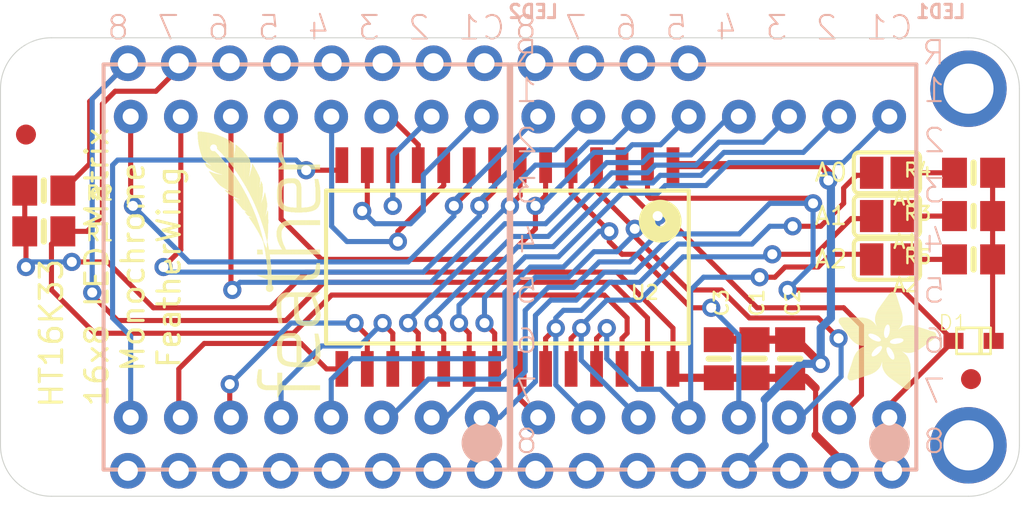
<source format=kicad_pcb>
(kicad_pcb (version 20221018) (generator pcbnew)
  (layers (0 "F.Cu" signal) (31 "B.Cu" signal) (34 "B.Paste" user) (35 "F.Paste" user) (36 "B.SilkS" user "B.Silkscreen") (37 "F.SilkS" user "F.Silkscreen") (38 "B.Mask" user) (39 "F.Mask" user) (44 "Edge.Cuts" user))
  (net 0 "")
  (net 1 "N$1")
  (net 2 "N$2")
  (net 3 "N$3")
  (net 4 "N$4")
  (net 5 "N$6")
  (net 6 "N$7")
  (net 7 "N$8")
  (net 8 "VDD")
  (net 9 "GND")
  (net 10 "N$19")
  (net 11 "N$20")
  (net 12 "A1")
  (net 13 "N$10")
  (net 14 "N$11")
  (net 15 "N$22")
  (net 16 "N$23")
  (net 17 "N$25")
  (net 18 "N$26")
  (net 19 "N$35")
  (net 20 "N$38")
  (net 21 "N$39")
  (net 22 "N$40")
  (net 23 "N$41")
  (net 24 "N$42")
  (net 25 "N$12")
  (net 26 "A0")
  (net 27 "A2")
  (net 28 "N$9")
  (net 29 "N$16")
  (net 30 "SDA")
  (net 31 "SCL")
  (net 32 "N$5")
  (footprint "working:FIDUCIAL_1MM" (layer "F.Cu") (at 124.3711 98.3996)
    (fp_text reference "FID1" hide)
    (fp_text value "FIDUCIAL\"\"" hide)
  )
  (footprint "working:SOLDERJUMPER_REFLOW_NOPASTE" (layer "F.Cu") (at 167.2971 100.3046 180)
    (fp_text reference "A0")
    (fp_text value "")
  )
  (footprint "working:0805-NO" (layer "F.Cu") (at 171.6151 102.4636 180)
    (fp_text reference "R3")
    (fp_text value "47K")
  )
  (footprint "working:0805-NO" (layer "F.Cu") (at 125.2601 103.2256)
    (fp_text reference "R1")
    (fp_text value "10K")
  )
  (footprint "working:0805-NO" (layer "F.Cu") (at 171.6151 104.6226 180)
    (fp_text reference "R5")
    (fp_text value "47K")
  )
  (footprint "working:0805-NO" (layer "F.Cu") (at 171.6151 100.3046 180)
    (fp_text reference "R4")
    (fp_text value "47K")
  )
  (footprint "working:0805-NO" (layer "F.Cu") (at 125.2601 101.1936)
    (fp_text reference "R2")
    (fp_text value "10K")
  )
  (footprint "working:SOP28_300MIL_SKINNY" (layer "F.Cu") (at 148.3741 105.0036 180)
    (fp_text reference "U2")
    (fp_text value "28-SOIC")
  )
  (footprint "working:0805-NO" (layer "F.Cu") (at 158.9151 109.5756 90)
    (fp_text reference "C3")
    (fp_text value "10uF")
  )
  (footprint "working:SOD-323F" (layer "F.Cu") (at 171.6151 108.6866)
    (fp_text reference "D1")
    (fp_text value "1N4148")
  )
  (footprint "working:ADAFRUIT_5MM" (layer "F.Cu") (at 164.8841 111.0996)
    (fp_text reference "U$2" hide)
    (fp_text value "" hide)
  )
  (footprint "working:FIDUCIAL_1MM" (layer "F.Cu") (at 171.4881 110.5916)
    (fp_text reference "FID2" hide)
    (fp_text value "FIDUCIAL\"\"" hide)
  )
  (footprint "working:FEATHERLOGO_SMALL" (layer "F.Cu") (at 139.1031 111.6076 90)
    (fp_text reference "U$1" hide)
    (fp_text value "" hide)
  )
  (footprint "working:0805-NO" (layer "F.Cu") (at 162.4711 109.5756 90)
    (fp_text reference "C2")
    (fp_text value "10uF")
  )
  (footprint "working:SOLDERJUMPER_REFLOW_NOPASTE" (layer "F.Cu") (at 167.2971 102.4636 180)
    (fp_text reference "A1")
    (fp_text value "")
  )
  (footprint "working:0805-NO" (layer "F.Cu") (at 160.6931 109.5756 90)
    (fp_text reference "C1")
    (fp_text value "10uF")
  )
  (footprint "working:SOLDERJUMPER_REFLOW_NOPASTE" (layer "F.Cu") (at 167.2971 104.6226 180)
    (fp_text reference "A2")
    (fp_text value "")
  )
  (footprint "working:SEGMENT_BL-M07C881UR" (layer "B.Cu") (at 158.6611 105.0036 180)
    (fp_text reference "LED1")
    (fp_text value "")
  )
  (footprint "working:SEGMENT_BL-M07C881UR" (layer "B.Cu") (at 138.3411 105.0036 180)
    (fp_text reference "LED2")
    (fp_text value "")
  )
  (footprint "working:FEATHERWING" (layer "B.Cu") (at 173.9011 116.4336 180)
    (fp_text reference "MS1" hide)
    (fp_text value "FEATHERWING" hide)
    (fp_line (start 0 20.32) (end 0 2.54) (stroke (width 0.05)) (layer "Edge.Cuts"))
    (fp_line (start 2.54 0) (end 48.26 0) (stroke (width 0.05)) (layer "Edge.Cuts"))
    (fp_line (start 48.26 22.86) (end 2.54 22.86) (stroke (width 0.05)) (layer "Edge.Cuts"))
    (fp_line (start 50.8 2.54) (end 50.8 20.32) (stroke (width 0.05)) (layer "Edge.Cuts"))
    (fp_arc (start 0 2.54) (mid 0.743949 0.743949) (end 2.54 0) (stroke (width 0.05)) (layer "Edge.Cuts"))
    (fp_arc (start 2.54 22.86) (mid 0.743949 22.116051) (end 0 20.32) (stroke (width 0.05)) (layer "Edge.Cuts"))
    (fp_arc (start 48.26 0) (mid 50.056051 0.743949) (end 50.8 2.54) (stroke (width 0.05)) (layer "Edge.Cuts"))
    (fp_arc (start 50.8 20.32) (mid 50.056051 22.116051) (end 48.26 22.86) (stroke (width 0.05)) (layer "Edge.Cuts"))
  )
  (gr_text "16x8 LED Matrix\nMonochrome\nFeatherWing" (at 129.7051 105.0036 90) (layer "F.SilkS") (effects (font (size 1.1176 1.1176) (thickness 0.1524))))
  (gr_text "A0" (at 163.6141 100.8126) (layer "F.SilkS") (effects (font (size 0.89408 0.89408) (thickness 0.12192)) (justify left bottom)))
  (gr_text "HT16K33" (at 125.6411 108.3056 90) (layer "F.SilkS") (effects (font (size 1.1176 1.1176) (thickness 0.1524))))
  (gr_text "A2" (at 163.6141 105.1306) (layer "F.SilkS") (effects (font (size 0.89408 0.89408) (thickness 0.12192)) (justify left bottom)))
  (gr_text "A1" (at 163.6141 102.9716) (layer "F.SilkS") (effects (font (size 0.89408 0.89408) (thickness 0.12192)) (justify left bottom)))
  (segment (start 146.4691 99.9236) (end 146.4691 101.1936) (width 0.254) (layer "F.Cu") (net 1))
  (segment (start 129.5911 101.8416) (end 129.5911 97.5036) (width 0.254) (layer "F.Cu") (net 1))
  (segment (start 129.7051 101.9556) (end 129.5911 101.8416) (width 0.254) (layer "F.Cu") (net 1))
  (segment (start 146.4691 101.1936) (end 145.7071 101.9556) (width 0.254) (layer "F.Cu") (net 1))
  (via (at 145.7071 101.9556) (size 0.9064) (drill 0.5) (layers "F.Cu" "B.Cu") (net 1))
  (via (at 129.7051 101.9556) (size 0.9064) (drill 0.5) (layers "F.Cu" "B.Cu") (net 1))
  (segment (start 145.7071 101.7076) (end 145.7071 101.9556) (width 0.254) (layer "B.Cu") (net 1))
  (segment (start 145.7071 101.9556) (end 145.7071 102.4636) (width 0.254) (layer "B.Cu") (net 1))
  (segment (start 143.4211 104.7496) (end 145.7071 102.4636) (width 0.254) (layer "B.Cu") (net 1))
  (segment (start 145.7071 101.7076) (end 149.9111 97.5036) (width 0.254) (layer "B.Cu") (net 1))
  (segment (start 129.7051 97.6176) (end 129.5911 97.5036) (width 0.254) (layer "B.Cu") (net 1))
  (segment (start 143.4211 104.7496) (end 132.4991 104.7496) (width 0.254) (layer "B.Cu") (net 1))
  (segment (start 132.4991 104.7496) (end 129.7051 101.9556) (width 0.254) (layer "B.Cu") (net 1))
  (segment (start 147.7391 101.1936) (end 146.9771 101.9556) (width 0.254) (layer "F.Cu") (net 2))
  (segment (start 132.0911 97.5036) (end 132.0911 104.1416) (width 0.254) (layer "F.Cu") (net 2))
  (segment (start 147.7391 99.9236) (end 147.7391 101.1936) (width 0.254) (layer "F.Cu") (net 2))
  (segment (start 132.0911 104.1416) (end 131.2291 105.0036) (width 0.254) (layer "F.Cu") (net 2))
  (via (at 131.2291 105.0036) (size 0.9064) (drill 0.5) (layers "F.Cu" "B.Cu") (net 2))
  (via (at 146.9771 101.9556) (size 0.9064) (drill 0.5) (layers "F.Cu" "B.Cu") (net 2))
  (segment (start 146.9771 102.4636) (end 146.9771 101.9556) (width 0.254) (layer "B.Cu") (net 2))
  (segment (start 150.7531 99.1616) (end 152.4111 97.5036) (width 0.254) (layer "B.Cu") (net 2))
  (segment (start 146.9771 101.9556) (end 146.9771 102.2096) (width 0.254) (layer "B.Cu") (net 2))
  (segment (start 144.1831 105.2576) (end 131.4831 105.2576) (width 0.254) (layer "B.Cu") (net 2))
  (segment (start 146.9771 101.7016) (end 149.5171 99.1616) (width 0.254) (layer "B.Cu") (net 2))
  (segment (start 149.5171 99.1616) (end 150.7531 99.1616) (width 0.254) (layer "B.Cu") (net 2))
  (segment (start 146.9771 101.7016) (end 146.9771 101.9556) (width 0.254) (layer "B.Cu") (net 2))
  (segment (start 131.4831 105.2576) (end 131.2291 105.0036) (width 0.254) (layer "B.Cu") (net 2))
  (segment (start 144.1831 105.2576) (end 146.9771 102.4636) (width 0.254) (layer "B.Cu") (net 2))
  (segment (start 149.0091 99.9236) (end 149.0091 101.4476) (width 0.254) (layer "F.Cu") (net 3))
  (segment (start 134.5911 106.0796) (end 134.6581 106.1466) (width 0.254) (layer "F.Cu") (net 3))
  (segment (start 134.5911 97.5036) (end 134.5911 106.0796) (width 0.254) (layer "F.Cu") (net 3))
  (segment (start 149.0091 101.4476) (end 148.5011 101.9556) (width 0.254) (layer "F.Cu") (net 3))
  (via (at 134.6581 106.1466) (size 0.9064) (drill 0.5) (layers "F.Cu" "B.Cu") (net 3))
  (via (at 148.5011 101.9556) (size 0.9064) (drill 0.5) (layers "F.Cu" "B.Cu") (net 3))
  (segment (start 152.4381 98.7806) (end 153.6341 98.7806) (width 0.254) (layer "B.Cu") (net 3))
  (segment (start 148.3741 101.9556) (end 148.5011 101.9556) (width 0.254) (layer "B.Cu") (net 3))
  (segment (start 149.7711 99.9236) (end 151.2951 99.9236) (width 0.254) (layer "B.Cu") (net 3))
  (segment (start 148.3741 101.9556) (end 144.5641 105.7656) (width 0.254) (layer "B.Cu") (net 3))
  (segment (start 144.5641 105.7656) (end 135.0391 105.7656) (width 0.254) (layer "B.Cu") (net 3))
  (segment (start 148.5011 101.1936) (end 149.7711 99.9236) (width 0.254) (layer "B.Cu") (net 3))
  (segment (start 153.6341 98.7806) (end 154.9111 97.5036) (width 0.254) (layer "B.Cu") (net 3))
  (segment (start 135.0391 105.7656) (end 134.6581 106.1466) (width 0.254) (layer "B.Cu") (net 3))
  (segment (start 151.2951 99.9236) (end 152.4381 98.7806) (width 0.254) (layer "B.Cu") (net 3))
  (segment (start 148.5011 101.1936) (end 148.5011 101.9556) (width 0.254) (layer "B.Cu") (net 3))
  (segment (start 149.7711 103.0986) (end 148.2471 104.6226) (width 0.254) (layer "F.Cu") (net 4))
  (segment (start 149.7711 101.9556) (end 149.7711 103.0986) (width 0.254) (layer "F.Cu") (net 4))
  (segment (start 137.0911 102.6106) (end 137.0911 97.5036) (width 0.254) (layer "F.Cu") (net 4))
  (segment (start 150.2791 99.9236) (end 150.2791 101.4476) (width 0.254) (layer "F.Cu") (net 4))
  (segment (start 148.2471 104.6226) (end 139.1031 104.6226) (width 0.254) (layer "F.Cu") (net 4))
  (segment (start 150.2791 101.4476) (end 149.7711 101.9556) (width 0.254) (layer "F.Cu") (net 4))
  (segment (start 139.1031 104.6226) (end 137.0911 102.6106) (width 0.254) (layer "F.Cu") (net 4))
  (via (at 149.7711 101.9556) (size 0.9064) (drill 0.5) (layers "F.Cu" "B.Cu") (net 4))
  (segment (start 156.0071 98.9076) (end 157.4111 97.5036) (width 0.254) (layer "B.Cu") (net 4))
  (segment (start 150.0251 101.9556) (end 149.7711 101.9556) (width 0.254) (layer "B.Cu") (net 4))
  (segment (start 152.6921 99.2886) (end 154.2161 99.2886) (width 0.254) (layer "B.Cu") (net 4))
  (segment (start 154.2161 99.2886) (end 154.5971 98.9076) (width 0.254) (layer "B.Cu") (net 4))
  (segment (start 154.5971 98.9076) (end 156.0071 98.9076) (width 0.254) (layer "B.Cu") (net 4))
  (segment (start 150.0251 101.9556) (end 152.6921 99.2886) (width 0.254) (layer "B.Cu") (net 4))
  (segment (start 163.8681 107.5436) (end 164.8841 108.5596) (width 0.254) (layer "F.Cu") (net 5))
  (segment (start 154.7241 103.0986) (end 154.7241 103.4796) (width 0.254) (layer "F.Cu") (net 5))
  (segment (start 152.8191 99.9236) (end 152.8191 101.1936) (width 0.254) (layer "F.Cu") (net 5))
  (segment (start 157.3911 106.1466) (end 159.0421 106.1466) (width 0.254) (layer "F.Cu") (net 5))
  (segment (start 160.4391 107.5436) (end 163.8681 107.5436) (width 0.254) (layer "F.Cu") (net 5))
  (segment (start 154.7241 103.4796) (end 157.3911 106.1466) (width 0.254) (layer "F.Cu") (net 5))
  (segment (start 152.8191 101.1936) (end 154.7241 103.0986) (width 0.254) (layer "F.Cu") (net 5))
  (segment (start 159.0421 106.1466) (end 160.4391 107.5436) (width 0.254) (layer "F.Cu") (net 5))
  (via (at 154.7241 103.0986) (size 0.9064) (drill 0.5) (layers "F.Cu" "B.Cu") (net 5))
  (via (at 164.8841 108.5596) (size 0.9064) (drill 0.5) (layers "F.Cu" "B.Cu") (net 5))
  (segment (start 154.7241 103.3526) (end 154.7241 103.0986) (width 0.254) (layer "B.Cu") (net 5))
  (segment (start 162.9721 112.5036) (end 165.0111 110.4646) (width 0.254) (layer "B.Cu") (net 5))
  (segment (start 142.0911 112.5036) (end 142.5251 112.5036) (width 0.254) (layer "B.Cu") (net 5))
  (segment (start 144.4371 110.5916) (end 147.9931 110.5916) (width 0.254) (layer "B.Cu") (net 5))
  (segment (start 162.4111 112.5036) (end 162.9721 112.5036) (width 0.254) (layer "B.Cu") (net 5))
  (segment (start 148.7551 106.5276) (end 149.7711 105.5116) (width 0.254) (layer "B.Cu") (net 5))
  (segment (start 151.4221 105.5116) (end 152.6921 104.2416) (width 0.254) (layer "B.Cu") (net 5))
  (segment (start 165.0111 108.6866) (end 164.8841 108.5596) (width 0.254) (layer "B.Cu") (net 5))
  (segment (start 147.9931 110.5916) (end 148.7551 109.8296) (width 0.254) (layer "B.Cu") (net 5))
  (segment (start 148.7551 109.8296) (end 148.7551 106.5276) (width 0.254) (layer "B.Cu") (net 5))
  (segment (start 142.5251 112.5036) (end 144.4371 110.5916) (width 0.254) (layer "B.Cu") (net 5))
  (segment (start 152.6921 104.2416) (end 153.8351 104.2416) (width 0.254) (layer "B.Cu") (net 5))
  (segment (start 149.7711 105.5116) (end 151.4221 105.5116) (width 0.254) (layer "B.Cu") (net 5))
  (segment (start 153.8351 104.2416) (end 154.7241 103.3526) (width 0.254) (layer "B.Cu") (net 5))
  (segment (start 165.0111 110.4646) (end 165.0111 108.6866) (width 0.254) (layer "B.Cu") (net 5))
  (segment (start 165.1381 107.0356) (end 166.0271 107.9246) (width 0.254) (layer "F.Cu") (net 6))
  (segment (start 166.0271 107.9246) (end 166.0271 111.3876) (width 0.254) (layer "F.Cu") (net 6))
  (segment (start 160.8201 107.0356) (end 156.2481 102.4636) (width 0.254) (layer "F.Cu") (net 6))
  (segment (start 160.8201 107.0356) (end 165.1381 107.0356) (width 0.254) (layer "F.Cu") (net 6))
  (segment (start 155.6131 102.4636) (end 154.0891 100.9396) (width 0.254) (layer "F.Cu") (net 6))
  (segment (start 155.8671 102.4636) (end 155.6131 102.4636) (width 0.254) (layer "F.Cu") (net 6))
  (segment (start 156.2481 102.4636) (end 155.8671 102.4636) (width 0.254) (layer "F.Cu") (net 6))
  (segment (start 154.0891 100.9396) (end 154.0891 99.9236) (width 0.254) (layer "F.Cu") (net 6))
  (segment (start 166.0271 111.3876) (end 164.9111 112.5036) (width 0.254) (layer "F.Cu") (net 6))
  (via (at 155.8671 102.4636) (size 0.9064) (drill 0.5) (layers "F.Cu" "B.Cu") (net 6))
  (segment (start 145.3191 112.5036) (end 146.7231 111.0996) (width 0.254) (layer "B.Cu") (net 6))
  (segment (start 144.5911 112.5036) (end 145.3191 112.5036) (width 0.254) (layer "B.Cu") (net 6))
  (segment (start 154.4701 104.7496) (end 155.8671 103.3526) (width 0.254) (layer "B.Cu") (net 6))
  (segment (start 149.2631 110.2106) (end 149.2631 107.1626) (width 0.254) (layer "B.Cu") (net 6))
  (segment (start 151.6761 106.0196) (end 150.4061 106.0196) (width 0.254) (layer "B.Cu") (net 6))
  (segment (start 149.2631 110.2106) (end 148.3741 111.0996) (width 0.254) (layer "B.Cu") (net 6))
  (segment (start 151.6761 106.0196) (end 152.9461 104.7496) (width 0.254) (layer "B.Cu") (net 6))
  (segment (start 155.8671 103.3526) (end 155.8671 102.4636) (width 0.254) (layer "B.Cu") (net 6))
  (segment (start 146.7231 111.0996) (end 148.3741 111.0996) (width 0.254) (layer "B.Cu") (net 6))
  (segment (start 150.4061 106.0196) (end 149.2631 107.1626) (width 0.254) (layer "B.Cu") (net 6))
  (segment (start 152.9461 104.7496) (end 154.4701 104.7496) (width 0.254) (layer "B.Cu") (net 6))
  (segment (start 162.3441 106.1466) (end 168.0751 106.1466) (width 0.254) (layer "F.Cu") (net 7))
  (segment (start 168.0751 106.1466) (end 170.6151 108.6866) (width 0.254) (layer "F.Cu") (net 7))
  (segment (start 167.4111 111.8906) (end 167.4111 112.5036) (width 0.254) (layer "F.Cu") (net 7))
  (segment (start 155.3591 101.4476) (end 155.4861 101.5746) (width 0.254) (layer "F.Cu") (net 7))
  (segment (start 170.6151 108.6866) (end 167.4111 111.8906) (width 0.254) (layer "F.Cu") (net 7))
  (segment (start 155.4861 101.5746) (end 163.3601 101.5746) (width 0.254) (layer "F.Cu") (net 7))
  (segment (start 155.3591 99.9236) (end 155.3591 101.4476) (width 0.254) (layer "F.Cu") (net 7))
  (segment (start 163.3601 101.5746) (end 163.6141 101.8286) (width 0.254) (layer "F.Cu") (net 7))
  (via (at 162.3441 106.1466) (size 0.9064) (drill 0.5) (layers "F.Cu" "B.Cu") (net 7))
  (via (at 163.6141 101.8286) (size 0.9064) (drill 0.5) (layers "F.Cu" "B.Cu") (net 7))
  (segment (start 149.7711 110.7186) (end 149.7711 107.4166) (width 0.254) (layer "B.Cu") (net 7))
  (segment (start 167.2971 112.3896) (end 167.4111 112.5036) (width 0.254) (layer "B.Cu") (net 7))
  (segment (start 156.6291 103.3526) (end 159.9311 103.3526) (width 0.254) (layer "B.Cu") (net 7))
  (segment (start 162.3441 106.5276) (end 162.3441 106.1466) (width 0.254) (layer "B.Cu") (net 7))
  (segment (start 149.7711 110.7186) (end 147.9861 112.5036) (width 0.254) (layer "B.Cu") (net 7))
  (segment (start 153.2001 105.2576) (end 151.8031 106.6546) (width 0.254) (layer "B.Cu") (net 7))
  (segment (start 150.5331 106.6546) (end 149.7711 107.4166) (width 0.254) (layer "B.Cu") (net 7))
  (segment (start 153.2001 105.2576) (end 154.7241 105.2576) (width 0.254) (layer "B.Cu") (net 7))
  (segment (start 150.5331 106.6546) (end 151.8031 106.6546) (width 0.254) (layer "B.Cu") (net 7))
  (segment (start 147.0911 112.5036) (end 147.9861 112.5036) (width 0.254) (layer "B.Cu") (net 7))
  (segment (start 163.6141 101.8286) (end 163.6141 104.8766) (width 0.254) (layer "B.Cu") (net 7))
  (segment (start 159.9311 103.3526) (end 161.4551 101.8286) (width 0.254) (layer "B.Cu") (net 7))
  (segment (start 161.4551 101.8286) (end 163.6141 101.8286) (width 0.254) (layer "B.Cu") (net 7))
  (segment (start 154.7241 105.2576) (end 156.6291 103.3526) (width 0.254) (layer "B.Cu") (net 7))
  (segment (start 163.6141 104.8766) (end 162.3441 106.1466) (width 0.254) (layer "B.Cu") (net 7))
  (segment (start 156.6291 110.0836) (end 156.6291 108.0516) (width 0.254) (layer "F.Cu") (net 8))
  (segment (start 153.8351 105.2576) (end 156.6291 108.0516) (width 0.254) (layer "F.Cu") (net 8))
  (segment (start 163.2331 110.5256) (end 162.4711 110.5256) (width 0.254) (layer "F.Cu") (net 8))
  (segment (start 124.3711 105.0036) (end 124.3711 103.2866) (width 0.254) (layer "F.Cu") (net 8))
  (segment (start 138.3411 105.2576) (end 136.5631 107.0356) (width 0.254) (layer "F.Cu") (net 8))
  (segment (start 124.3711 103.2866) (end 124.3101 103.2256) (width 0.254) (layer "F.Cu") (net 8))
  (segment (start 158.9151 110.5256) (end 156.6291 110.5256) (width 0.4064) (layer "F.Cu") (net 8))
  (segment (start 130.7211 107.0356) (end 128.4351 104.7496) (width 0.254) (layer "F.Cu") (net 8))
  (segment (start 156.6291 110.0836) (end 156.8171 110.2716) (width 0.254) (layer "F.Cu") (net 8))
  (segment (start 136.5631 107.0356) (end 130.7211 107.0356) (width 0.254) (layer "F.Cu") (net 8))
  (segment (start 163.7411 111.0336) (end 163.7411 113.3856) (width 0.254) (layer "F.Cu") (net 8))
  (segment (start 128.4351 104.7496) (end 126.6571 104.7496) (width 0.254) (layer "F.Cu") (net 8))
  (segment (start 163.7411 111.0336) (end 163.2331 110.5256) (width 0.4064) (layer "F.Cu") (net 8))
  (segment (start 163.7411 113.3856) (end 165.0111 114.6556) (width 0.4064) (layer "F.Cu") (net 8))
  (segment (start 138.3411 105.2576) (end 153.8351 105.2576) (width 0.254) (layer "F.Cu") (net 8))
  (segment (start 156.6291 110.5256) (end 156.6291 110.0836) (width 0.254) (layer "F.Cu") (net 8))
  (segment (start 124.3101 101.1936) (end 124.3101 103.2256) (width 0.254) (layer "F.Cu") (net 8))
  (segment (start 165.0111 114.6556) (end 165.0111 115.1636) (width 0.4064) (layer "F.Cu") (net 8))
  (segment (start 160.6931 110.5256) (end 158.9151 110.5256) (width 0.4064) (layer "F.Cu") (net 8))
  (segment (start 162.4711 110.5256) (end 160.6931 110.5256) (width 0.4064) (layer "F.Cu") (net 8))
  (via (at 124.3711 105.0036) (size 0.9064) (drill 0.5) (layers "F.Cu" "B.Cu") (net 8))
  (via (at 126.6571 104.7496) (size 0.9064) (drill 0.5) (layers "F.Cu" "B.Cu") (net 8))
  (segment (start 126.6571 104.7496) (end 124.6251 104.7496) (width 0.254) (layer "B.Cu") (net 8))
  (segment (start 124.6251 104.7496) (end 124.3711 105.0036) (width 0.254) (layer "B.Cu") (net 8))
  (segment (start 163.9951 99.9236) (end 164.3761 100.3046) (width 0.4064) (layer "F.Cu") (net 9))
  (segment (start 164.3761 100.3046) (end 164.3761 100.6856) (width 0.4064) (layer "F.Cu") (net 9))
  (segment (start 162.4711 108.6256) (end 162.7911 108.6256) (width 0.254) (layer "F.Cu") (net 9))
  (segment (start 160.6931 108.6256) (end 162.4711 108.6256) (width 0.4064) (layer "F.Cu") (net 9))
  (segment (start 158.9151 108.6256) (end 160.6931 108.6256) (width 0.4064) (layer "F.Cu") (net 9))
  (segment (start 162.7911 108.6256) (end 163.9951 109.8296) (width 0.4064) (layer "F.Cu") (net 9))
  (segment (start 156.6291 99.9236) (end 163.9951 99.9236) (width 0.4064) (layer "F.Cu") (net 9))
  (via (at 163.9951 109.8296) (size 0.9064) (drill 0.5) (layers "F.Cu" "B.Cu") (net 9))
  (via (at 164.3761 100.6856) (size 0.9064) (drill 0.5) (layers "F.Cu" "B.Cu") (net 9))
  (segment (start 164.5031 100.8126) (end 164.5031 107.5436) (width 0.4064) (layer "B.Cu") (net 9))
  (segment (start 163.9951 108.0516) (end 163.9951 109.8296) (width 0.4064) (layer "B.Cu") (net 9))
  (segment (start 161.2011 111.6076) (end 161.2011 113.8936) (width 0.254) (layer "B.Cu") (net 9))
  (segment (start 163.9951 109.8296) (end 162.9791 109.8296) (width 0.4064) (layer "B.Cu") (net 9))
  (segment (start 161.2011 111.6076) (end 162.9791 109.8296) (width 0.4064) (layer "B.Cu") (net 9))
  (segment (start 164.3761 100.6856) (end 164.5031 100.8126) (width 0.254) (layer "B.Cu") (net 9))
  (segment (start 164.5031 107.5436) (end 163.9951 108.0516) (width 0.4064) (layer "B.Cu") (net 9))
  (segment (start 161.2011 113.8936) (end 159.9311 115.1636) (width 0.4064) (layer "B.Cu") (net 9))
  (segment (start 168.0591 102.4636) (end 170.6651 102.4636) (width 0.254) (layer "F.Cu") (net 10))
  (segment (start 170.6651 100.3046) (end 168.0591 100.3046) (width 0.254) (layer "F.Cu") (net 11))
  (segment (start 151.5491 110.0836) (end 151.5491 108.5596) (width 0.254) (layer "F.Cu") (net 12))
  (segment (start 165.5191 102.5906) (end 166.4081 102.5906) (width 0.254) (layer "F.Cu") (net 12))
  (segment (start 151.5491 108.5596) (end 152.0571 108.0516) (width 0.254) (layer "F.Cu") (net 12))
  (segment (start 161.5821 104.3686) (end 163.7411 104.3686) (width 0.254) (layer "F.Cu") (net 12))
  (segment (start 166.4081 102.5906) (end 166.5351 102.4636) (width 0.254) (layer "F.Cu") (net 12))
  (segment (start 163.7411 104.3686) (end 165.5191 102.5906) (width 0.254) (layer "F.Cu") (net 12))
  (via (at 152.0571 108.0516) (size 0.9064) (drill 0.5) (layers "F.Cu" "B.Cu") (net 12))
  (via (at 161.5821 104.3686) (size 0.9064) (drill 0.5) (layers "F.Cu" "B.Cu") (net 12))
  (segment (start 161.3281 104.3686) (end 161.5821 104.3686) (width 0.254) (layer "B.Cu") (net 12))
  (segment (start 157.1371 104.4956) (end 161.2011 104.4956) (width 0.254) (layer "B.Cu") (net 12))
  (segment (start 154.9781 106.6546) (end 157.1371 104.4956) (width 0.254) (layer "B.Cu") (net 12))
  (segment (start 154.9111 112.5036) (end 152.0571 109.6496) (width 0.254) (layer "B.Cu") (net 12))
  (segment (start 161.2011 104.4956) (end 161.3281 104.3686) (width 0.254) (layer "B.Cu") (net 12))
  (segment (start 152.0571 108.0516) (end 152.0571 107.9246) (width 0.254) (layer "B.Cu") (net 12))
  (segment (start 152.0571 107.9246) (end 153.3271 106.6546) (width 0.254) (layer "B.Cu") (net 12))
  (segment (start 153.3271 106.6546) (end 154.9781 106.6546) (width 0.254) (layer "B.Cu") (net 12))
  (segment (start 152.0571 109.6496) (end 152.0571 108.0516) (width 0.254) (layer "B.Cu") (net 12))
  (segment (start 142.6591 97.6376) (end 142.2251 97.6376) (width 0.254) (layer "F.Cu") (net 13))
  (segment (start 143.9291 98.9076) (end 142.6591 97.6376) (width 0.254) (layer "F.Cu") (net 13))
  (segment (start 143.9291 99.9236) (end 143.9291 98.9076) (width 0.254) (layer "F.Cu") (net 13))
  (segment (start 142.2251 97.6376) (end 142.0911 97.5036) (width 0.254) (layer "F.Cu") (net 13))
  (segment (start 142.6591 99.9236) (end 142.6591 101.9556) (width 0.254) (layer "F.Cu") (net 14))
  (via (at 142.6591 101.9556) (size 0.9064) (drill 0.5) (layers "F.Cu" "B.Cu") (net 14))
  (segment (start 142.6591 101.9556) (end 142.6591 99.4356) (width 0.254) (layer "B.Cu") (net 14))
  (segment (start 142.6591 99.4356) (end 144.5911 97.5036) (width 0.254) (layer "B.Cu") (net 14))
  (segment (start 143.9291 110.0836) (end 143.9291 108.3056) (width 0.254) (layer "F.Cu") (net 15))
  (segment (start 143.9291 108.3056) (end 143.4211 107.7976) (width 0.254) (layer "F.Cu") (net 15))
  (via (at 143.4211 107.7976) (size 0.9064) (drill 0.5) (layers "F.Cu" "B.Cu") (net 15))
  (segment (start 150.2791 102.8446) (end 153.3271 99.7966) (width 0.254) (layer "B.Cu") (net 15))
  (segment (start 143.4211 107.6706) (end 143.4211 107.7976) (width 0.254) (layer "B.Cu") (net 15))
  (segment (start 155.1051 99.7966) (end 155.4861 99.4156) (width 0.254) (layer "B.Cu") (net 15))
  (segment (start 153.3271 99.7966) (end 155.1051 99.7966) (width 0.254) (layer "B.Cu") (net 15))
  (segment (start 155.4861 99.4156) (end 157.5181 99.4156) (width 0.254) (layer "B.Cu") (net 15))
  (segment (start 157.5181 99.4156) (end 159.4301 97.5036) (width 0.254) (layer "B.Cu") (net 15))
  (segment (start 148.2471 102.8446) (end 143.4211 107.6706) (width 0.254) (layer "B.Cu") (net 15))
  (segment (start 159.4301 97.5036) (end 159.9111 97.5036) (width 0.254) (layer "B.Cu") (net 15))
  (segment (start 148.2471 102.8446) (end 150.2791 102.8446) (width 0.254) (layer "B.Cu") (net 15))
  (segment (start 145.1991 110.0836) (end 145.1991 108.3056) (width 0.254) (layer "F.Cu") (net 16))
  (segment (start 145.1991 108.3056) (end 144.6911 107.7976) (width 0.254) (layer "F.Cu") (net 16))
  (via (at 144.6911 107.7976) (size 0.9064) (drill 0.5) (layers "F.Cu" "B.Cu") (net 16))
  (segment (start 144.6911 107.4166) (end 144.6911 107.7976) (width 0.254) (layer "B.Cu") (net 16))
  (segment (start 148.6281 103.4796) (end 150.4061 103.4796) (width 0.254) (layer "B.Cu") (net 16))
  (segment (start 157.7721 99.9236) (end 158.9151 98.7806) (width 0.254) (layer "B.Cu") (net 16))
  (segment (start 158.9151 98.7806) (end 161.1341 98.7806) (width 0.254) (layer "B.Cu") (net 16))
  (segment (start 155.3591 100.3046) (end 155.7401 99.9236) (width 0.254) (layer "B.Cu") (net 16))
  (segment (start 144.6911 107.4166) (end 148.6281 103.4796) (width 0.254) (layer "B.Cu") (net 16))
  (segment (start 155.7401 99.9236) (end 157.7721 99.9236) (width 0.254) (layer "B.Cu") (net 16))
  (segment (start 153.5811 100.3046) (end 155.3591 100.3046) (width 0.254) (layer "B.Cu") (net 16))
  (segment (start 161.1341 98.7806) (end 162.4111 97.5036) (width 0.254) (layer "B.Cu") (net 16))
  (segment (start 150.4061 103.4796) (end 153.5811 100.3046) (width 0.254) (layer "B.Cu") (net 16))
  (segment (start 147.7391 108.3056) (end 147.2311 107.7976) (width 0.254) (layer "F.Cu") (net 17))
  (segment (start 147.7391 110.0836) (end 147.7391 108.3056) (width 0.254) (layer "F.Cu") (net 17))
  (via (at 147.2311 107.7976) (size 0.9064) (drill 0.5) (layers "F.Cu" "B.Cu") (net 17))
  (segment (start 155.8671 101.3206) (end 156.2481 100.9396) (width 0.254) (layer "B.Cu") (net 17))
  (segment (start 156.2481 100.9396) (end 158.2801 100.9396) (width 0.254) (layer "B.Cu") (net 17))
  (segment (start 165.1181 99.7966) (end 167.4111 97.5036) (width 0.254) (layer "B.Cu") (net 17))
  (segment (start 149.2631 104.4956) (end 147.2311 106.5276) (width 0.254) (layer "B.Cu") (net 17))
  (segment (start 159.4231 99.7966) (end 165.1181 99.7966) (width 0.254) (layer "B.Cu") (net 17))
  (segment (start 147.2311 106.5276) (end 147.2311 107.7976) (width 0.254) (layer "B.Cu") (net 17))
  (segment (start 154.0891 101.3206) (end 155.8671 101.3206) (width 0.254) (layer "B.Cu") (net 17))
  (segment (start 150.9141 104.4956) (end 154.0891 101.3206) (width 0.254) (layer "B.Cu") (net 17))
  (segment (start 149.2631 104.4956) (end 150.9141 104.4956) (width 0.254) (layer "B.Cu") (net 17))
  (segment (start 158.2801 100.9396) (end 159.4231 99.7966) (width 0.254) (layer "B.Cu") (net 17))
  (segment (start 149.0091 110.0836) (end 149.0091 111.6016) (width 0.254) (layer "F.Cu") (net 18))
  (segment (start 149.0091 111.6016) (end 149.9111 112.5036) (width 0.254) (layer "F.Cu") (net 18))
  (segment (start 146.4691 108.3056) (end 145.9611 107.7976) (width 0.254) (layer "F.Cu") (net 19))
  (segment (start 146.4691 110.0836) (end 146.4691 108.3056) (width 0.254) (layer "F.Cu") (net 19))
  (via (at 145.9611 107.7976) (size 0.9064) (drill 0.5) (layers "F.Cu" "B.Cu") (net 19))
  (segment (start 155.6131 100.8126) (end 155.9941 100.4316) (width 0.254) (layer "B.Cu") (net 19))
  (segment (start 153.8351 100.8126) (end 155.6131 100.8126) (width 0.254) (layer "B.Cu") (net 19))
  (segment (start 148.8821 103.9876) (end 145.9611 106.9086) (width 0.254) (layer "B.Cu") (net 19))
  (segment (start 155.9941 100.4316) (end 158.0261 100.4316) (width 0.254) (layer "B.Cu") (net 19))
  (segment (start 159.1691 99.2886) (end 163.1261 99.2886) (width 0.254) (layer "B.Cu") (net 19))
  (segment (start 148.8821 103.9876) (end 150.6601 103.9876) (width 0.254) (layer "B.Cu") (net 19))
  (segment (start 163.1261 99.2886) (end 164.9111 97.5036) (width 0.254) (layer "B.Cu") (net 19))
  (segment (start 145.9611 106.9086) (end 145.9611 107.7976) (width 0.254) (layer "B.Cu") (net 19))
  (segment (start 158.0261 100.4316) (end 159.1691 99.2886) (width 0.254) (layer "B.Cu") (net 19))
  (segment (start 150.6601 103.9876) (end 153.8351 100.8126) (width 0.254) (layer "B.Cu") (net 19))
  (segment (start 142.6591 110.0836) (end 142.6591 108.3056) (width 0.254) (layer "F.Cu") (net 20))
  (segment (start 142.6591 108.3056) (end 142.1511 107.7976) (width 0.254) (layer "F.Cu") (net 20))
  (via (at 142.1511 107.7976) (size 0.9064) (drill 0.5) (layers "F.Cu" "B.Cu") (net 20))
  (segment (start 137.0911 110.9526) (end 139.1031 108.9406) (width 0.254) (layer "B.Cu") (net 20))
  (segment (start 139.1031 108.9406) (end 141.0081 108.9406) (width 0.254) (layer "B.Cu") (net 20))
  (segment (start 141.0081 108.9406) (end 142.1511 107.7976) (width 0.254) (layer "B.Cu") (net 20))
  (segment (start 137.0911 112.5036) (end 137.0911 110.9526) (width 0.254) (layer "B.Cu") (net 20))
  (segment (start 141.3891 108.4326) (end 140.7541 107.7976) (width 0.254) (layer "F.Cu") (net 21))
  (segment (start 134.5911 112.5036) (end 134.5311 112.4436) (width 0.254) (layer "F.Cu") (net 21))
  (segment (start 141.3891 110.0836) (end 141.3891 108.4326) (width 0.254) (layer "F.Cu") (net 21))
  (segment (start 134.5311 112.4436) (end 134.5311 110.8456) (width 0.254) (layer "F.Cu") (net 21))
  (via (at 140.7541 107.7976) (size 0.9064) (drill 0.5) (layers "F.Cu" "B.Cu") (net 21))
  (via (at 134.5311 110.8456) (size 0.9064) (drill 0.5) (layers "F.Cu" "B.Cu") (net 21))
  (segment (start 137.5791 107.7976) (end 140.7541 107.7976) (width 0.254) (layer "B.Cu") (net 21))
  (segment (start 134.5311 110.8456) (end 137.5791 107.7976) (width 0.254) (layer "B.Cu") (net 21))
  (segment (start 140.1191 99.9236) (end 139.8651 100.1776) (width 0.254) (layer "F.Cu") (net 22))
  (segment (start 139.8651 100.1776) (end 138.3411 100.1776) (width 0.254) (layer "F.Cu") (net 22))
  (via (at 138.3411 100.1776) (size 0.9064) (drill 0.5) (layers "F.Cu" "B.Cu") (net 22))
  (segment (start 128.6891 99.9236) (end 128.6891 107.5436) (width 0.254) (layer "B.Cu") (net 22))
  (segment (start 138.3411 100.1776) (end 137.8331 99.6696) (width 0.254) (layer "B.Cu") (net 22))
  (segment (start 128.9431 99.6696) (end 128.6891 99.9236) (width 0.254) (layer "B.Cu") (net 22))
  (segment (start 137.8331 99.6696) (end 128.9431 99.6696) (width 0.254) (layer "B.Cu") (net 22))
  (segment (start 129.5911 108.4456) (end 129.5911 112.5036) (width 0.254) (layer "B.Cu") (net 22))
  (segment (start 129.5911 108.4456) (end 128.6891 107.5436) (width 0.254) (layer "B.Cu") (net 22))
  (segment (start 138.0871 108.8136) (end 139.3571 110.0836) (width 0.254) (layer "F.Cu") (net 23))
  (segment (start 131.9911 110.0836) (end 133.2611 108.8136) (width 0.254) (layer "F.Cu") (net 23))
  (segment (start 133.2611 108.8136) (end 138.0871 108.8136) (width 0.254) (layer "F.Cu") (net 23))
  (segment (start 139.3571 110.0836) (end 140.1191 110.0836) (width 0.254) (layer "F.Cu") (net 23))
  (segment (start 132.0911 112.5036) (end 131.9911 112.4036) (width 0.254) (layer "F.Cu") (net 23))
  (segment (start 131.9911 112.4036) (end 131.9911 110.0836) (width 0.254) (layer "F.Cu") (net 23))
  (segment (start 141.3891 99.9236) (end 141.3891 101.9556) (width 0.254) (layer "F.Cu") (net 24))
  (segment (start 141.3891 101.9556) (end 141.1351 102.2096) (width 0.254) (layer "F.Cu") (net 24))
  (via (at 141.1351 102.2096) (size 0.9064) (drill 0.5) (layers "F.Cu" "B.Cu") (net 24))
  (segment (start 144.1831 100.4116) (end 147.0911 97.5036) (width 0.254) (layer "B.Cu") (net 24))
  (segment (start 143.5481 102.8446) (end 141.7701 102.8446) (width 0.254) (layer "B.Cu") (net 24))
  (segment (start 144.1831 102.2096) (end 143.5481 102.8446) (width 0.254) (layer "B.Cu") (net 24))
  (segment (start 141.7701 102.8446) (end 141.1351 102.2096) (width 0.254) (layer "B.Cu") (net 24))
  (segment (start 144.1831 102.2096) (end 144.1831 100.4116) (width 0.254) (layer "B.Cu") (net 24))
  (segment (start 145.1991 100.9396) (end 142.9131 103.2256) (width 0.254) (layer "F.Cu") (net 25))
  (segment (start 142.9131 103.2256) (end 142.9131 103.7336) (width 0.254) (layer "F.Cu") (net 25))
  (segment (start 145.1991 99.9236) (end 145.1991 100.9396) (width 0.254) (layer "F.Cu") (net 25))
  (via (at 142.9131 103.7336) (size 0.9064) (drill 0.5) (layers "F.Cu" "B.Cu") (net 25))
  (segment (start 139.6111 102.9716) (end 139.6111 97.5236) (width 0.254) (layer "B.Cu") (net 25))
  (segment (start 139.6111 97.5236) (end 139.5911 97.5036) (width 0.254) (layer "B.Cu") (net 25))
  (segment (start 142.9131 103.7336) (end 140.3731 103.7336) (width 0.254) (layer "B.Cu") (net 25))
  (segment (start 140.3731 103.7336) (end 139.6111 102.9716) (width 0.254) (layer "B.Cu") (net 25))
  (segment (start 150.2791 108.5596) (end 150.7871 108.0516) (width 0.254) (layer "F.Cu") (net 26))
  (segment (start 163.9951 102.9716) (end 165.1381 101.8286) (width 0.254) (layer "F.Cu") (net 26))
  (segment (start 165.1381 101.8286) (end 165.1381 101.0666) (width 0.254) (layer "F.Cu") (net 26))
  (segment (start 165.1381 101.0666) (end 165.7731 100.4316) (width 0.254) (layer "F.Cu") (net 26))
  (segment (start 165.7731 100.4316) (end 166.4081 100.4316) (width 0.254) (layer "F.Cu") (net 26))
  (segment (start 166.4081 100.4316) (end 166.5351 100.3046) (width 0.254) (layer "F.Cu") (net 26))
  (segment (start 150.2791 110.0836) (end 150.2791 108.5596) (width 0.254) (layer "F.Cu") (net 26))
  (segment (start 162.5981 102.9716) (end 163.9951 102.9716) (width 0.254) (layer "F.Cu") (net 26))
  (via (at 162.5981 102.9716) (size 0.9064) (drill 0.5) (layers "F.Cu" "B.Cu") (net 26))
  (via (at 150.7871 108.0516) (size 0.9064) (drill 0.5) (layers "F.Cu" "B.Cu") (net 26))
  (segment (start 150.7871 110.8796) (end 152.4111 112.5036) (width 0.254) (layer "B.Cu") (net 26))
  (segment (start 156.8831 103.8606) (end 160.5661 103.8606) (width 0.254) (layer "B.Cu") (net 26))
  (segment (start 151.1681 107.1626) (end 152.0571 107.1626) (width 0.254) (layer "B.Cu") (net 26))
  (segment (start 161.4551 102.9716) (end 162.5981 102.9716) (width 0.254) (layer "B.Cu") (net 26))
  (segment (start 154.9781 105.7656) (end 156.8831 103.8606) (width 0.254) (layer "B.Cu") (net 26))
  (segment (start 152.0571 107.1626) (end 153.4541 105.7656) (width 0.254) (layer "B.Cu") (net 26))
  (segment (start 150.7871 108.0516) (end 150.7871 110.8796) (width 0.254) (layer "B.Cu") (net 26))
  (segment (start 160.5661 103.8606) (end 161.4551 102.9716) (width 0.254) (layer "B.Cu") (net 26))
  (segment (start 150.7871 108.0516) (end 150.7871 107.5436) (width 0.254) (layer "B.Cu") (net 26))
  (segment (start 150.7871 107.5436) (end 151.1681 107.1626) (width 0.254) (layer "B.Cu") (net 26))
  (segment (start 153.4541 105.7656) (end 154.9781 105.7656) (width 0.254) (layer "B.Cu") (net 26))
  (segment (start 152.8191 108.5596) (end 153.3271 108.0516) (width 0.254) (layer "F.Cu") (net 27))
  (segment (start 166.2811 104.3686) (end 164.5031 104.3686) (width 0.254) (layer "F.Cu") (net 27))
  (segment (start 161.7091 105.5116) (end 160.9471 105.5116) (width 0.254) (layer "F.Cu") (net 27))
  (segment (start 163.8681 105.0036) (end 162.2171 105.0036) (width 0.254) (layer "F.Cu") (net 27))
  (segment (start 166.2811 104.3686) (end 166.5351 104.6226) (width 0.254) (layer "F.Cu") (net 27))
  (segment (start 162.2171 105.0036) (end 161.7091 105.5116) (width 0.254) (layer "F.Cu") (net 27))
  (segment (start 164.5031 104.3686) (end 163.8681 105.0036) (width 0.254) (layer "F.Cu") (net 27))
  (segment (start 152.8191 110.0836) (end 152.8191 108.5596) (width 0.254) (layer "F.Cu") (net 27))
  (via (at 160.9471 105.5116) (size 0.9064) (drill 0.5) (layers "F.Cu" "B.Cu") (net 27))
  (via (at 153.3271 108.0516) (size 0.9064) (drill 0.5) (layers "F.Cu" "B.Cu") (net 27))
  (segment (start 154.8511 111.0996) (end 156.0071 111.0996) (width 0.254) (layer "B.Cu") (net 27))
  (segment (start 158.1531 105.5116) (end 160.9471 105.5116) (width 0.254) (layer "B.Cu") (net 27))
  (segment (start 157.5111 106.1536) (end 158.1531 105.5116) (width 0.254) (layer "B.Cu") (net 27))
  (segment (start 153.3271 109.5756) (end 153.3271 108.0516) (width 0.254) (layer "B.Cu") (net 27))
  (segment (start 154.8511 111.0996) (end 153.3271 109.5756) (width 0.254) (layer "B.Cu") (net 27))
  (segment (start 157.4111 112.5036) (end 157.5111 112.5036) (width 0.254) (layer "B.Cu") (net 27))
  (segment (start 157.5111 112.5036) (end 157.5111 106.1536) (width 0.254) (layer "B.Cu") (net 27))
  (segment (start 156.0071 111.0996) (end 157.4111 112.5036) (width 0.254) (layer "B.Cu") (net 27))
  (segment (start 170.6651 104.6226) (end 168.0591 104.6226) (width 0.254) (layer "F.Cu") (net 28))
  (segment (start 172.5651 104.6226) (end 172.5651 102.4636) (width 0.254) (layer "F.Cu") (net 29))
  (segment (start 172.5651 108.6366) (end 172.5651 104.6226) (width 0.254) (layer "F.Cu") (net 29))
  (segment (start 172.5651 102.4636) (end 172.5651 100.3046) (width 0.254) (layer "F.Cu") (net 29))
  (segment (start 172.6151 108.6866) (end 172.5651 108.6366) (width 0.254) (layer "F.Cu") (net 29))
  (segment (start 155.3591 110.0836) (end 155.3591 107.5436) (width 0.254) (layer "F.Cu") (net 30))
  (segment (start 126.2101 101.1936) (end 127.5461 99.8576) (width 0.254) (layer "F.Cu") (net 30))
  (segment (start 127.6731 106.4006) (end 127.6731 106.2736) (width 0.254) (layer "F.Cu") (net 30))
  (segment (start 127.5461 99.8576) (end 127.5461 96.7486) (width 0.254) (layer "F.Cu") (net 30))
  (segment (start 127.5461 96.7486) (end 129.4511 94.8436) (width 0.254) (layer "F.Cu") (net 30))
  (segment (start 139.2301 105.7656) (end 153.5811 105.7656) (width 0.254) (layer "F.Cu") (net 30))
  (segment (start 139.2301 105.7656) (end 137.3251 107.6706) (width 0.254) (layer "F.Cu") (net 30))
  (segment (start 137.3251 107.6706) (end 128.9431 107.6706) (width 0.254) (layer "F.Cu") (net 30))
  (segment (start 128.9431 107.6706) (end 127.6731 106.4006) (width 0.254) (layer "F.Cu") (net 30))
  (segment (start 153.5811 105.7656) (end 155.3591 107.5436) (width 0.254) (layer "F.Cu") (net 30))
  (via (at 127.6731 106.2736) (size 0.9064) (drill 0.5) (layers "F.Cu" "B.Cu") (net 30))
  (segment (start 127.6731 106.2736) (end 127.6731 96.6216) (width 0.254) (layer "B.Cu") (net 30))
  (segment (start 127.6731 96.6216) (end 129.4511 94.8436) (width 0.254) (layer "B.Cu") (net 30))
  (segment (start 127.8001 108.3056) (end 125.6411 106.1466) (width 0.254) (layer "F.Cu") (net 31))
  (segment (start 128.1811 96.8756) (end 128.8161 96.2406) (width 0.254) (layer "F.Cu") (net 31))
  (segment (start 128.8161 96.2406) (end 130.8481 96.2406) (width 0.254) (layer "F.Cu") (net 31))
  (segment (start 126.2101 103.2256) (end 127.4191 103.2256) (width 0.254) (layer "F.Cu") (net 31))
  (segment (start 128.1811 102.4636) (end 128.1811 96.8756) (width 0.254) (layer "F.Cu") (net 31))
  (segment (start 154.3431 107.5436) (end 153.2001 106.4006) (width 0.254) (layer "F.Cu") (net 31))
  (segment (start 130.8481 96.2406) (end 131.9911 95.0976) (width 0.254) (layer "F.Cu") (net 31))
  (segment (start 125.6411 106.1466) (end 125.6411 103.8606) (width 0.254) (layer "F.Cu") (net 31))
  (segment (start 127.4191 103.2256) (end 128.1811 102.4636) (width 0.254) (layer "F.Cu") (net 31))
  (segment (start 126.1491 103.2256) (end 126.2101 103.2256) (width 0.254) (layer "F.Cu") (net 31))
  (segment (start 137.7061 108.3056) (end 127.8001 108.3056) (width 0.254) (layer "F.Cu") (net 31))
  (segment (start 154.0891 108.5596) (end 154.3431 108.3056) (width 0.254) (layer "F.Cu") (net 31))
  (segment (start 131.9911 95.0976) (end 131.9911 94.8436) (width 0.254) (layer "F.Cu") (net 31))
  (segment (start 126.2101 103.2916) (end 126.2101 103.2256) (width 0.254) (layer "F.Cu") (net 31))
  (segment (start 153.2001 106.4006) (end 139.6111 106.4006) (width 0.254) (layer "F.Cu") (net 31))
  (segment (start 125.6411 103.8606) (end 126.2101 103.2916) (width 0.254) (layer "F.Cu") (net 31))
  (segment (start 139.6111 106.4006) (end 137.7061 108.3056) (width 0.254) (layer "F.Cu") (net 31))
  (segment (start 154.3431 108.3056) (end 154.3431 107.5436) (width 0.254) (layer "F.Cu") (net 31))
  (segment (start 154.0891 110.0836) (end 154.0891 108.5596) (width 0.254) (layer "F.Cu") (net 31))
  (segment (start 157.5181 107.0356) (end 158.5341 107.0356) (width 0.254) (layer "F.Cu") (net 32))
  (segment (start 153.4541 103.7336) (end 153.4541 103.2256) (width 0.254) (layer "F.Cu") (net 32))
  (segment (start 151.5491 99.9236) (end 151.5491 101.3206) (width 0.254) (layer "F.Cu") (net 32))
  (segment (start 154.8511 104.3686) (end 157.5181 107.0356) (width 0.254) (layer "F.Cu") (net 32))
  (segment (start 154.8511 104.3686) (end 154.0891 104.3686) (width 0.254) (layer "F.Cu") (net 32))
  (segment (start 151.5491 101.3206) (end 153.4541 103.2256) (width 0.254) (layer "F.Cu") (net 32))
  (segment (start 154.0891 104.3686) (end 153.4541 103.7336) (width 0.254) (layer "F.Cu") (net 32))
  (via (at 158.5341 107.0356) (size 0.9064) (drill 0.5) (layers "F.Cu" "B.Cu") (net 32))
  (via (at 153.4541 103.2256) (size 0.9064) (drill 0.5) (layers "F.Cu" "B.Cu") (net 32))
  (segment (start 139.5911 110.6116) (end 140.6271 109.5756) (width 0.254) (layer "B.Cu") (net 32))
  (segment (start 159.9111 108.4126) (end 159.9111 112.5036) (width 0.254) (layer "B.Cu") (net 32))
  (segment (start 151.1681 105.0036) (end 152.9461 103.2256) (width 0.254) (layer "B.Cu") (net 32))
  (segment (start 148.2471 109.4486) (end 148.2471 106.2736) (width 0.254) (layer "B.Cu") (net 32))
  (segment (start 139.5911 112.5036) (end 139.5911 110.6116) (width 0.254) (layer "B.Cu") (net 32))
  (segment (start 148.2471 109.4486) (end 148.1201 109.5756) (width 0.254) (layer "B.Cu") (net 32))
  (segment (start 158.5341 107.0356) (end 159.9111 108.4126) (width 0.254) (layer "B.Cu") (net 32))
  (segment (start 152.9461 103.2256) (end 153.4541 103.2256) (width 0.254) (layer "B.Cu") (net 32))
  (segment (start 159.9311 112.4836) (end 159.9111 112.5036) (width 0.254) (layer "B.Cu") (net 32))
  (segment (start 149.5171 105.0036) (end 151.1681 105.0036) (width 0.254) (layer "B.Cu") (net 32))
  (segment (start 148.1201 109.5756) (end 140.6271 109.5756) (width 0.254) (layer "B.Cu") (net 32))
  (segment (start 149.5171 105.0036) (end 148.2471 106.2736) (width 0.254) (layer "B.Cu") (net 32))
)
</source>
